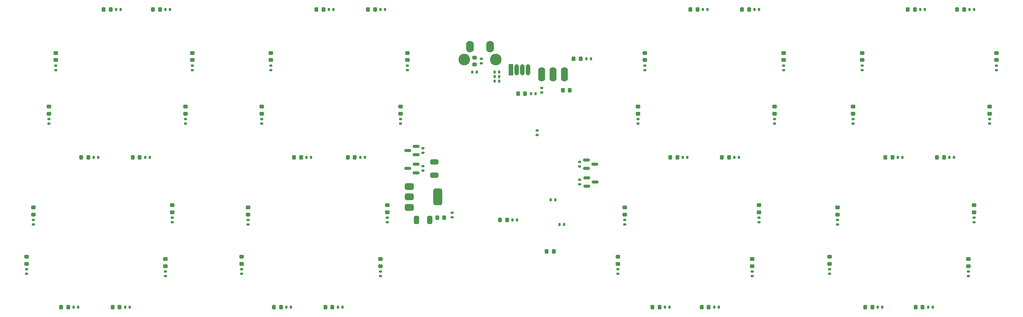
<source format=gts>
G04 #@! TF.GenerationSoftware,KiCad,Pcbnew,8.0.7-unknown-1000.20241230gita20d76c.fc41*
G04 #@! TF.CreationDate,2025-01-11T12:56:06-08:00*
G04 #@! TF.ProjectId,2024-clock-retrofit,32303234-2d63-46c6-9f63-6b2d72657472,rev?*
G04 #@! TF.SameCoordinates,Original*
G04 #@! TF.FileFunction,Soldermask,Top*
G04 #@! TF.FilePolarity,Negative*
%FSLAX46Y46*%
G04 Gerber Fmt 4.6, Leading zero omitted, Abs format (unit mm)*
G04 Created by KiCad (PCBNEW 8.0.7-unknown-1000.20241230gita20d76c.fc41) date 2025-01-11 12:56:06*
%MOMM*%
%LPD*%
G01*
G04 APERTURE LIST*
G04 Aperture macros list*
%AMRoundRect*
0 Rectangle with rounded corners*
0 $1 Rounding radius*
0 $2 $3 $4 $5 $6 $7 $8 $9 X,Y pos of 4 corners*
0 Add a 4 corners polygon primitive as box body*
4,1,4,$2,$3,$4,$5,$6,$7,$8,$9,$2,$3,0*
0 Add four circle primitives for the rounded corners*
1,1,$1+$1,$2,$3*
1,1,$1+$1,$4,$5*
1,1,$1+$1,$6,$7*
1,1,$1+$1,$8,$9*
0 Add four rect primitives between the rounded corners*
20,1,$1+$1,$2,$3,$4,$5,0*
20,1,$1+$1,$4,$5,$6,$7,0*
20,1,$1+$1,$6,$7,$8,$9,0*
20,1,$1+$1,$8,$9,$2,$3,0*%
G04 Aperture macros list end*
%ADD10RoundRect,0.135000X0.135000X0.185000X-0.135000X0.185000X-0.135000X-0.185000X0.135000X-0.185000X0*%
%ADD11RoundRect,0.135000X0.185000X-0.135000X0.185000X0.135000X-0.185000X0.135000X-0.185000X-0.135000X0*%
%ADD12RoundRect,0.218750X-0.218750X-0.256250X0.218750X-0.256250X0.218750X0.256250X-0.218750X0.256250X0*%
%ADD13RoundRect,0.150000X-0.587500X-0.150000X0.587500X-0.150000X0.587500X0.150000X-0.587500X0.150000X0*%
%ADD14RoundRect,0.218750X-0.256250X0.218750X-0.256250X-0.218750X0.256250X-0.218750X0.256250X0.218750X0*%
%ADD15RoundRect,0.225000X-0.225000X-0.250000X0.225000X-0.250000X0.225000X0.250000X-0.225000X0.250000X0*%
%ADD16O,1.600000X3.200000*%
%ADD17RoundRect,0.135000X-0.185000X0.135000X-0.185000X-0.135000X0.185000X-0.135000X0.185000X0.135000X0*%
%ADD18RoundRect,0.250000X0.650000X-0.325000X0.650000X0.325000X-0.650000X0.325000X-0.650000X-0.325000X0*%
%ADD19RoundRect,0.225000X0.225000X0.250000X-0.225000X0.250000X-0.225000X-0.250000X0.225000X-0.250000X0*%
%ADD20RoundRect,0.135000X-0.135000X-0.185000X0.135000X-0.185000X0.135000X0.185000X-0.135000X0.185000X0*%
%ADD21RoundRect,0.250000X-0.325000X-0.650000X0.325000X-0.650000X0.325000X0.650000X-0.325000X0.650000X0*%
%ADD22RoundRect,0.218750X0.256250X-0.218750X0.256250X0.218750X-0.256250X0.218750X-0.256250X-0.218750X0*%
%ADD23RoundRect,0.150000X0.587500X0.150000X-0.587500X0.150000X-0.587500X-0.150000X0.587500X-0.150000X0*%
%ADD24R,1.000000X2.500000*%
%ADD25O,1.000000X2.500000*%
%ADD26RoundRect,0.375000X-0.625000X-0.375000X0.625000X-0.375000X0.625000X0.375000X-0.625000X0.375000X0*%
%ADD27RoundRect,0.500000X-0.500000X-1.400000X0.500000X-1.400000X0.500000X1.400000X-0.500000X1.400000X0*%
%ADD28C,2.600000*%
%ADD29O,1.750000X2.625000*%
G04 APERTURE END LIST*
D10*
G04 #@! TO.C,R15*
X93009999Y-100000000D03*
X91990001Y-100000000D03*
G04 #@! TD*
D11*
G04 #@! TO.C,R53*
X208750000Y-126009999D03*
X208750000Y-124990001D03*
G04 #@! TD*
D12*
G04 #@! TO.C,D53*
X169212500Y-133500000D03*
X170787500Y-133500000D03*
G04 #@! TD*
D13*
G04 #@! TO.C,Q3*
X154500000Y-100600000D03*
X154500000Y-102500000D03*
X156375000Y-101550000D03*
G04 #@! TD*
D12*
G04 #@! TO.C,D2*
X57712500Y-67000000D03*
X59287500Y-67000000D03*
G04 #@! TD*
G04 #@! TO.C,D14*
X53212500Y-100000000D03*
X54787500Y-100000000D03*
G04 #@! TD*
D11*
G04 #@! TO.C,R19*
X79000000Y-115009999D03*
X79000000Y-113990001D03*
G04 #@! TD*
D14*
G04 #@! TO.C,D36*
X246000000Y-76712499D03*
X246000000Y-78287501D03*
G04 #@! TD*
D12*
G04 #@! TO.C,D54*
X180212500Y-133500000D03*
X181787500Y-133500000D03*
G04 #@! TD*
D10*
G04 #@! TO.C,R46*
X236509999Y-100000000D03*
X235490001Y-100000000D03*
G04 #@! TD*
G04 #@! TO.C,R43*
X177009999Y-100000000D03*
X175990001Y-100000000D03*
G04 #@! TD*
G04 #@! TO.C,R2*
X61509999Y-67000000D03*
X60490001Y-67000000D03*
G04 #@! TD*
D14*
G04 #@! TO.C,D20*
X110000000Y-110712499D03*
X110000000Y-112287501D03*
G04 #@! TD*
D11*
G04 #@! TO.C,R42*
X244500000Y-92509999D03*
X244500000Y-91490001D03*
G04 #@! TD*
D10*
G04 #@! TO.C,R13*
X45509999Y-100000000D03*
X44490001Y-100000000D03*
G04 #@! TD*
G04 #@! TO.C,R14*
X57009999Y-100000000D03*
X55990001Y-100000000D03*
G04 #@! TD*
D12*
G04 #@! TO.C,D61*
X135212500Y-114000000D03*
X136787500Y-114000000D03*
G04 #@! TD*
D14*
G04 #@! TO.C,D47*
X210500000Y-111212499D03*
X210500000Y-112787501D03*
G04 #@! TD*
D11*
G04 #@! TO.C,R6*
X66500000Y-80509999D03*
X66500000Y-79490001D03*
G04 #@! TD*
D10*
G04 #@! TO.C,R4*
X109509999Y-67000000D03*
X108490001Y-67000000D03*
G04 #@! TD*
D15*
G04 #@! TO.C,C4*
X149225000Y-85000000D03*
X150775000Y-85000000D03*
G04 #@! TD*
D11*
G04 #@! TO.C,R70*
X124500000Y-113370623D03*
X124500000Y-112350625D03*
G04 #@! TD*
D16*
G04 #@! TO.C,U3*
X144460000Y-81500000D03*
X147000000Y-81500000D03*
X149540000Y-81500000D03*
G04 #@! TD*
D17*
G04 #@! TO.C,R71*
X143500000Y-93990001D03*
X143500000Y-95009999D03*
G04 #@! TD*
D11*
G04 #@! TO.C,R50*
X241000000Y-114509999D03*
X241000000Y-113490001D03*
G04 #@! TD*
G04 #@! TO.C,R18*
X62000000Y-114509999D03*
X62000000Y-113490001D03*
G04 #@! TD*
D12*
G04 #@! TO.C,D30*
X189212500Y-67000000D03*
X190787500Y-67000000D03*
G04 #@! TD*
D11*
G04 #@! TO.C,R10*
X65000000Y-92509999D03*
X65000000Y-91490001D03*
G04 #@! TD*
D18*
G04 #@! TO.C,C2*
X120500000Y-103975001D03*
X120500000Y-101024999D03*
G04 #@! TD*
D10*
G04 #@! TO.C,R73*
X147519998Y-109500000D03*
X146500000Y-109500000D03*
G04 #@! TD*
D11*
G04 #@! TO.C,R47*
X163000000Y-115009999D03*
X163000000Y-113990001D03*
G04 #@! TD*
D12*
G04 #@! TO.C,D60*
X139212500Y-85800000D03*
X140787500Y-85800000D03*
G04 #@! TD*
D11*
G04 #@! TO.C,R11*
X82000000Y-92509999D03*
X82000000Y-91490001D03*
G04 #@! TD*
D14*
G04 #@! TO.C,D18*
X62000000Y-110712499D03*
X62000000Y-112287501D03*
G04 #@! TD*
G04 #@! TO.C,D23*
X77500000Y-122212499D03*
X77500000Y-123787501D03*
G04 #@! TD*
D11*
G04 #@! TO.C,R36*
X198500000Y-80509999D03*
X198500000Y-79490001D03*
G04 #@! TD*
D12*
G04 #@! TO.C,D58*
X151612500Y-78000000D03*
X153187500Y-78000000D03*
G04 #@! TD*
D11*
G04 #@! TO.C,R5*
X36000000Y-80509999D03*
X36000000Y-79490001D03*
G04 #@! TD*
D10*
G04 #@! TO.C,R3*
X98009999Y-67000000D03*
X96990001Y-67000000D03*
G04 #@! TD*
D12*
G04 #@! TO.C,D32*
X237212500Y-67000000D03*
X238787500Y-67000000D03*
G04 #@! TD*
D14*
G04 #@! TO.C,D11*
X82000000Y-88712499D03*
X82000000Y-90287501D03*
G04 #@! TD*
D12*
G04 #@! TO.C,D43*
X221212500Y-100000000D03*
X222787500Y-100000000D03*
G04 #@! TD*
G04 #@! TO.C,D16*
X101212500Y-100000000D03*
X102787500Y-100000000D03*
G04 #@! TD*
D10*
G04 #@! TO.C,R68*
X135009999Y-82000000D03*
X133990001Y-82000000D03*
G04 #@! TD*
D14*
G04 #@! TO.C,D48*
X241000000Y-110712499D03*
X241000000Y-112287501D03*
G04 #@! TD*
D10*
G04 #@! TO.C,R34*
X241009999Y-67000000D03*
X239990001Y-67000000D03*
G04 #@! TD*
G04 #@! TO.C,R67*
X135009999Y-81000000D03*
X133990001Y-81000000D03*
G04 #@! TD*
D11*
G04 #@! TO.C,R7*
X84000000Y-80509999D03*
X84000000Y-79490001D03*
G04 #@! TD*
D14*
G04 #@! TO.C,D12*
X113000000Y-88712499D03*
X113000000Y-90287501D03*
G04 #@! TD*
D13*
G04 #@! TO.C,Q4*
X154562500Y-104550000D03*
X154562500Y-106450000D03*
X156437500Y-105500000D03*
G04 #@! TD*
D14*
G04 #@! TO.C,D52*
X239750000Y-122712499D03*
X239750000Y-124287501D03*
G04 #@! TD*
D19*
G04 #@! TO.C,C3*
X122775000Y-113500000D03*
X121225000Y-113500000D03*
G04 #@! TD*
D11*
G04 #@! TO.C,R30*
X118000000Y-103009999D03*
X118000000Y-101990001D03*
G04 #@! TD*
D12*
G04 #@! TO.C,D13*
X41712500Y-100000000D03*
X43287500Y-100000000D03*
G04 #@! TD*
D17*
G04 #@! TO.C,R60*
X153000000Y-104990001D03*
X153000000Y-106009999D03*
G04 #@! TD*
D14*
G04 #@! TO.C,D33*
X167500000Y-76712499D03*
X167500000Y-78287501D03*
G04 #@! TD*
G04 #@! TO.C,D9*
X34500000Y-88712499D03*
X34500000Y-90287501D03*
G04 #@! TD*
D10*
G04 #@! TO.C,R28*
X100009999Y-133500000D03*
X98990001Y-133500000D03*
G04 #@! TD*
G04 #@! TO.C,R33*
X230009999Y-67000000D03*
X228990001Y-67000000D03*
G04 #@! TD*
D14*
G04 #@! TO.C,D22*
X60500000Y-122712499D03*
X60500000Y-124287501D03*
G04 #@! TD*
D12*
G04 #@! TO.C,D29*
X177712500Y-67000000D03*
X179287500Y-67000000D03*
G04 #@! TD*
D14*
G04 #@! TO.C,D38*
X196500000Y-88712499D03*
X196500000Y-90287501D03*
G04 #@! TD*
D11*
G04 #@! TO.C,R23*
X77500000Y-126009999D03*
X77500000Y-124990001D03*
G04 #@! TD*
D14*
G04 #@! TO.C,D17*
X31000000Y-111212499D03*
X31000000Y-112787501D03*
G04 #@! TD*
D10*
G04 #@! TO.C,R16*
X105009999Y-100000000D03*
X103990001Y-100000000D03*
G04 #@! TD*
D11*
G04 #@! TO.C,R8*
X114500000Y-80509999D03*
X114500000Y-79490001D03*
G04 #@! TD*
D12*
G04 #@! TO.C,D15*
X89212500Y-100000000D03*
X90787500Y-100000000D03*
G04 #@! TD*
D14*
G04 #@! TO.C,D7*
X84000000Y-76712499D03*
X84000000Y-78287501D03*
G04 #@! TD*
G04 #@! TO.C,D10*
X65000000Y-88712499D03*
X65000000Y-90287501D03*
G04 #@! TD*
D10*
G04 #@! TO.C,R63*
X149509999Y-115000000D03*
X148490001Y-115000000D03*
G04 #@! TD*
D14*
G04 #@! TO.C,D49*
X161500000Y-122212499D03*
X161500000Y-123787501D03*
G04 #@! TD*
G04 #@! TO.C,D37*
X166000000Y-88712499D03*
X166000000Y-90287501D03*
G04 #@! TD*
D10*
G04 #@! TO.C,R27*
X88509999Y-133500000D03*
X87490001Y-133500000D03*
G04 #@! TD*
G04 #@! TO.C,R31*
X181509999Y-67000000D03*
X180490001Y-67000000D03*
G04 #@! TD*
D12*
G04 #@! TO.C,D4*
X105712500Y-67000000D03*
X107287500Y-67000000D03*
G04 #@! TD*
D14*
G04 #@! TO.C,D21*
X29500000Y-122212499D03*
X29500000Y-123787501D03*
G04 #@! TD*
D20*
G04 #@! TO.C,R66*
X128990001Y-81000000D03*
X130009999Y-81000000D03*
G04 #@! TD*
D11*
G04 #@! TO.C,R9*
X34500000Y-92509999D03*
X34500000Y-91490001D03*
G04 #@! TD*
G04 #@! TO.C,R21*
X29500000Y-126009999D03*
X29500000Y-124990001D03*
G04 #@! TD*
D14*
G04 #@! TO.C,D40*
X244500000Y-88712499D03*
X244500000Y-90287501D03*
G04 #@! TD*
D12*
G04 #@! TO.C,D59*
X145612500Y-121000000D03*
X147187500Y-121000000D03*
G04 #@! TD*
D14*
G04 #@! TO.C,D6*
X66500000Y-76712499D03*
X66500000Y-78287501D03*
G04 #@! TD*
D11*
G04 #@! TO.C,R39*
X166000000Y-92509999D03*
X166000000Y-91490001D03*
G04 #@! TD*
G04 #@! TO.C,R41*
X214000000Y-92509999D03*
X214000000Y-91490001D03*
G04 #@! TD*
D12*
G04 #@! TO.C,D1*
X46712500Y-67000000D03*
X48287500Y-67000000D03*
G04 #@! TD*
D14*
G04 #@! TO.C,D5*
X36000000Y-76712499D03*
X36000000Y-78287501D03*
G04 #@! TD*
D11*
G04 #@! TO.C,R29*
X118000000Y-99009999D03*
X118000000Y-97990001D03*
G04 #@! TD*
D12*
G04 #@! TO.C,D26*
X48712500Y-133500000D03*
X50287500Y-133500000D03*
G04 #@! TD*
D11*
G04 #@! TO.C,R22*
X60500000Y-126509999D03*
X60500000Y-125490001D03*
G04 #@! TD*
D21*
G04 #@! TO.C,C1*
X116525000Y-114000000D03*
X119475000Y-114000000D03*
G04 #@! TD*
D10*
G04 #@! TO.C,R55*
X173009999Y-133500000D03*
X171990001Y-133500000D03*
G04 #@! TD*
G04 #@! TO.C,R45*
X225009999Y-100000000D03*
X223990001Y-100000000D03*
G04 #@! TD*
D14*
G04 #@! TO.C,D8*
X114500000Y-76712499D03*
X114500000Y-78287501D03*
G04 #@! TD*
D22*
G04 #@! TO.C,D57*
X129500000Y-79287501D03*
X129500000Y-77712499D03*
G04 #@! TD*
D14*
G04 #@! TO.C,D35*
X216000000Y-76712499D03*
X216000000Y-78287501D03*
G04 #@! TD*
D12*
G04 #@! TO.C,D42*
X184712500Y-100000000D03*
X186287500Y-100000000D03*
G04 #@! TD*
D10*
G04 #@! TO.C,R62*
X155509999Y-78000000D03*
X154490001Y-78000000D03*
G04 #@! TD*
D11*
G04 #@! TO.C,R38*
X246000000Y-80509999D03*
X246000000Y-79490001D03*
G04 #@! TD*
G04 #@! TO.C,R51*
X161500000Y-126009999D03*
X161500000Y-124990001D03*
G04 #@! TD*
G04 #@! TO.C,R12*
X113000000Y-92509999D03*
X113000000Y-91490001D03*
G04 #@! TD*
D23*
G04 #@! TO.C,Q2*
X116437500Y-103450000D03*
X116437500Y-101550000D03*
X114562500Y-102500000D03*
G04 #@! TD*
D14*
G04 #@! TO.C,D46*
X193000000Y-110712499D03*
X193000000Y-112287501D03*
G04 #@! TD*
D11*
G04 #@! TO.C,R61*
X131000000Y-79009999D03*
X131000000Y-77990001D03*
G04 #@! TD*
D12*
G04 #@! TO.C,D28*
X96212500Y-133500000D03*
X97787500Y-133500000D03*
G04 #@! TD*
D14*
G04 #@! TO.C,D34*
X198500000Y-76712499D03*
X198500000Y-78287501D03*
G04 #@! TD*
D11*
G04 #@! TO.C,R48*
X193000000Y-114509999D03*
X193000000Y-113490001D03*
G04 #@! TD*
D12*
G04 #@! TO.C,D41*
X173212500Y-100000000D03*
X174787500Y-100000000D03*
G04 #@! TD*
D24*
G04 #@! TO.C,D62*
X137600000Y-80500000D03*
D25*
X138870000Y-80500000D03*
X140140000Y-80500000D03*
X141410000Y-80500000D03*
G04 #@! TD*
D11*
G04 #@! TO.C,R52*
X191500000Y-126509999D03*
X191500000Y-125490001D03*
G04 #@! TD*
G04 #@! TO.C,R24*
X108500000Y-126509999D03*
X108500000Y-125490001D03*
G04 #@! TD*
D10*
G04 #@! TO.C,R26*
X52509999Y-133500000D03*
X51490001Y-133500000D03*
G04 #@! TD*
D11*
G04 #@! TO.C,R35*
X167500000Y-80509999D03*
X167500000Y-79490001D03*
G04 #@! TD*
D10*
G04 #@! TO.C,R25*
X41009999Y-133500000D03*
X39990001Y-133500000D03*
G04 #@! TD*
D14*
G04 #@! TO.C,D50*
X191500000Y-122712499D03*
X191500000Y-124287501D03*
G04 #@! TD*
D23*
G04 #@! TO.C,Q1*
X116437500Y-99450000D03*
X116437500Y-97550000D03*
X114562500Y-98500000D03*
G04 #@! TD*
D12*
G04 #@! TO.C,D3*
X94212500Y-67000000D03*
X95787500Y-67000000D03*
G04 #@! TD*
G04 #@! TO.C,D27*
X84712500Y-133500000D03*
X86287500Y-133500000D03*
G04 #@! TD*
D10*
G04 #@! TO.C,R64*
X143109999Y-85800000D03*
X142090001Y-85800000D03*
G04 #@! TD*
D11*
G04 #@! TO.C,R40*
X196500000Y-92509999D03*
X196500000Y-91490001D03*
G04 #@! TD*
D10*
G04 #@! TO.C,R56*
X184009999Y-133500000D03*
X182990001Y-133500000D03*
G04 #@! TD*
D14*
G04 #@! TO.C,D19*
X79000000Y-111212499D03*
X79000000Y-112787501D03*
G04 #@! TD*
D12*
G04 #@! TO.C,D25*
X37212500Y-133500000D03*
X38787500Y-133500000D03*
G04 #@! TD*
G04 #@! TO.C,D56*
X227962500Y-133500000D03*
X229537500Y-133500000D03*
G04 #@! TD*
D11*
G04 #@! TO.C,R54*
X239750000Y-126509999D03*
X239750000Y-125490001D03*
G04 #@! TD*
G04 #@! TO.C,R72*
X144500000Y-85509999D03*
X144500000Y-84490001D03*
G04 #@! TD*
D10*
G04 #@! TO.C,R58*
X231759999Y-133500000D03*
X230740001Y-133500000D03*
G04 #@! TD*
G04 #@! TO.C,R44*
X188509999Y-100000000D03*
X187490001Y-100000000D03*
G04 #@! TD*
D12*
G04 #@! TO.C,D44*
X232712500Y-100000000D03*
X234287500Y-100000000D03*
G04 #@! TD*
D11*
G04 #@! TO.C,R49*
X210500000Y-115009999D03*
X210500000Y-113990001D03*
G04 #@! TD*
G04 #@! TO.C,R20*
X110000000Y-114509999D03*
X110000000Y-113490001D03*
G04 #@! TD*
D14*
G04 #@! TO.C,D39*
X214000000Y-88712499D03*
X214000000Y-90287501D03*
G04 #@! TD*
D10*
G04 #@! TO.C,R69*
X135009999Y-83000000D03*
X133990001Y-83000000D03*
G04 #@! TD*
D26*
G04 #@! TO.C,U2*
X114975000Y-106555000D03*
X114975000Y-108855000D03*
D27*
X121275000Y-108855000D03*
D26*
X114975000Y-111155000D03*
G04 #@! TD*
D14*
G04 #@! TO.C,D45*
X163000000Y-111212499D03*
X163000000Y-112787501D03*
G04 #@! TD*
D17*
G04 #@! TO.C,R59*
X152937500Y-101040001D03*
X152937500Y-102059999D03*
G04 #@! TD*
D14*
G04 #@! TO.C,D24*
X108500000Y-122712499D03*
X108500000Y-124287501D03*
G04 #@! TD*
D11*
G04 #@! TO.C,R17*
X31000000Y-115009999D03*
X31000000Y-113990001D03*
G04 #@! TD*
D12*
G04 #@! TO.C,D55*
X216712500Y-133500000D03*
X218287500Y-133500000D03*
G04 #@! TD*
G04 #@! TO.C,D31*
X226212500Y-67000000D03*
X227787500Y-67000000D03*
G04 #@! TD*
D10*
G04 #@! TO.C,R65*
X139009999Y-114000000D03*
X137990001Y-114000000D03*
G04 #@! TD*
G04 #@! TO.C,R57*
X220509999Y-133500000D03*
X219490001Y-133500000D03*
G04 #@! TD*
D11*
G04 #@! TO.C,R37*
X216000000Y-80509999D03*
X216000000Y-79490001D03*
G04 #@! TD*
D14*
G04 #@! TO.C,D51*
X208750000Y-122212499D03*
X208750000Y-123787501D03*
G04 #@! TD*
D10*
G04 #@! TO.C,R32*
X193009999Y-67000000D03*
X191990001Y-67000000D03*
G04 #@! TD*
G04 #@! TO.C,R1*
X50509999Y-67000000D03*
X49490001Y-67000000D03*
G04 #@! TD*
D28*
G04 #@! TO.C,SW1*
X134262500Y-78202500D03*
X127252500Y-78202500D03*
D29*
X133012500Y-75275000D03*
X128512500Y-75275000D03*
G04 #@! TD*
M02*

</source>
